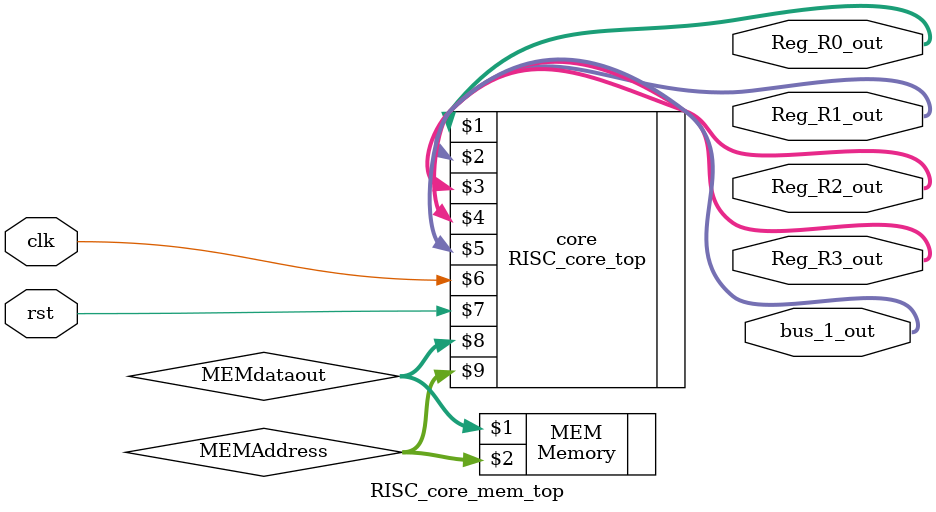
<source format=v>

module RISC_core_mem_top(Reg_R0_out,Reg_R1_out,Reg_R2_out,Reg_R3_out,bus_1_out,clk,rst);

output	[7:0]bus_1_out;
input	clk,rst;
output	[7:0]Reg_R0_out;
output	[7:0]Reg_R1_out;
output	[7:0]Reg_R2_out;
output	[7:0]Reg_R3_out;

wire	[7:0]bus_1_out,MEMAddress;
wire	clk,rst;
wire	[7:0]MEMdataout;
wire	[7:0]Reg_R0_out;
wire	[7:0]Reg_R1_out;
wire	[7:0]Reg_R2_out;
wire	[7:0]Reg_R3_out;


RISC_core_top core(Reg_R0_out,Reg_R1_out,Reg_R2_out,Reg_R3_out,bus_1_out,clk,rst,MEMdataout,MEMAddress);

Memory MEM(MEMdataout,MEMAddress);

endmodule
</source>
